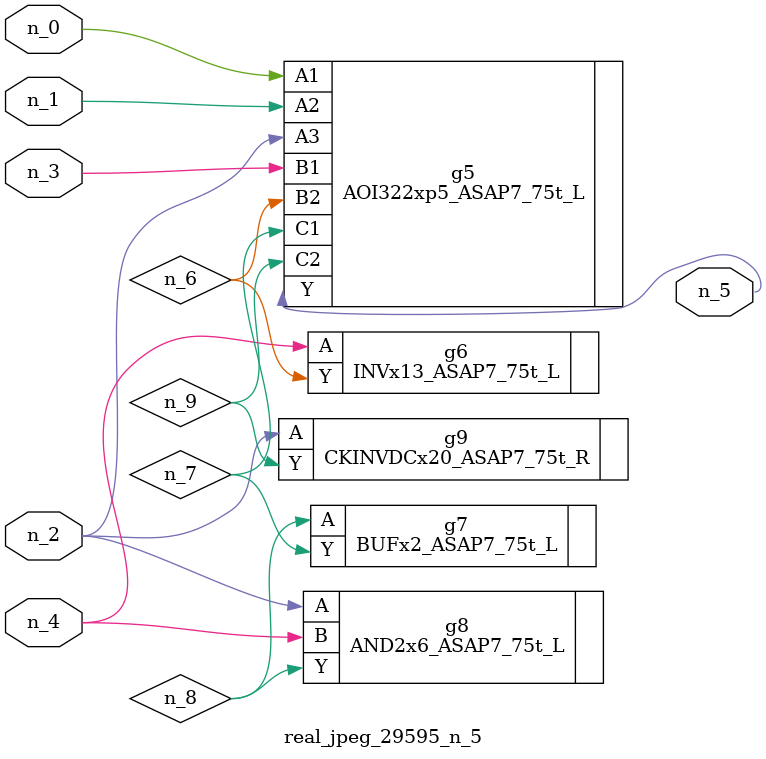
<source format=v>
module real_jpeg_29595_n_5 (n_4, n_0, n_1, n_2, n_3, n_5);

input n_4;
input n_0;
input n_1;
input n_2;
input n_3;

output n_5;

wire n_8;
wire n_6;
wire n_7;
wire n_9;

AOI322xp5_ASAP7_75t_L g5 ( 
.A1(n_0),
.A2(n_1),
.A3(n_2),
.B1(n_3),
.B2(n_6),
.C1(n_7),
.C2(n_9),
.Y(n_5)
);

AND2x6_ASAP7_75t_L g8 ( 
.A(n_2),
.B(n_4),
.Y(n_8)
);

CKINVDCx20_ASAP7_75t_R g9 ( 
.A(n_2),
.Y(n_9)
);

INVx13_ASAP7_75t_L g6 ( 
.A(n_4),
.Y(n_6)
);

BUFx2_ASAP7_75t_L g7 ( 
.A(n_8),
.Y(n_7)
);


endmodule
</source>
